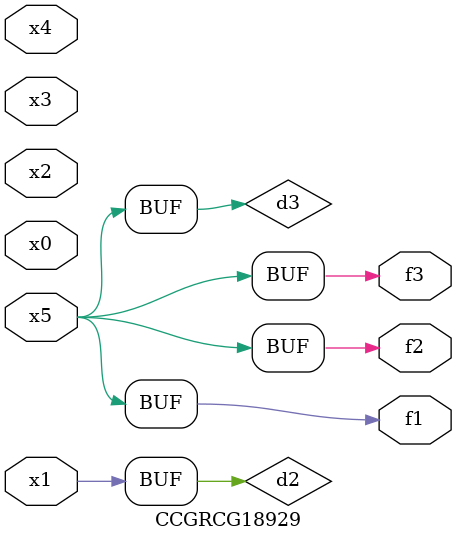
<source format=v>
module CCGRCG18929(
	input x0, x1, x2, x3, x4, x5,
	output f1, f2, f3
);

	wire d1, d2, d3;

	not (d1, x5);
	or (d2, x1);
	xnor (d3, d1);
	assign f1 = d3;
	assign f2 = d3;
	assign f3 = d3;
endmodule

</source>
